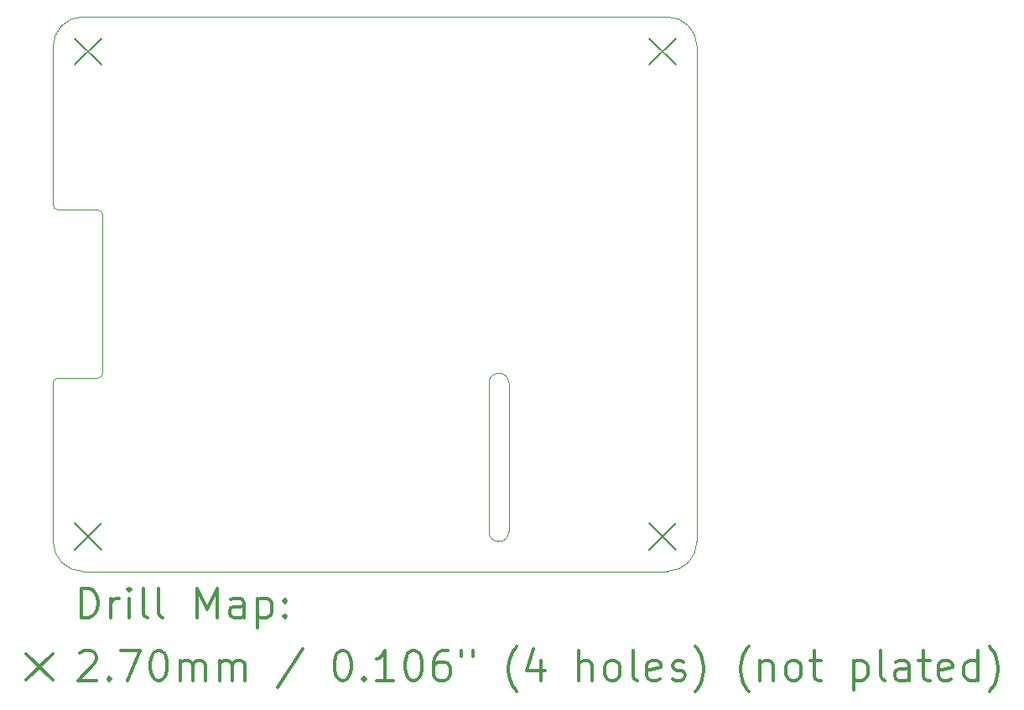
<source format=gbr>
%FSLAX45Y45*%
G04 Gerber Fmt 4.5, Leading zero omitted, Abs format (unit mm)*
G04 Created by KiCad (PCBNEW (5.1.8)-1) date 2021-08-31 14:44:27*
%MOMM*%
%LPD*%
G01*
G04 APERTURE LIST*
%TA.AperFunction,Profile*%
%ADD10C,0.100000*%
%TD*%
%ADD11C,0.200000*%
%ADD12C,0.300000*%
G04 APERTURE END LIST*
D10*
X24400000Y-14600000D02*
X24400000Y-13100000D01*
X24600000Y-13100000D02*
X24600000Y-14600000D01*
X24600000Y-13100000D02*
G75*
G03*
X24400000Y-13100000I-100000J0D01*
G01*
X24400000Y-14600000D02*
G75*
G03*
X24600000Y-14600000I100000J0D01*
G01*
X20049913Y-13050000D02*
G75*
G03*
X20000000Y-13100000I87J-50000D01*
G01*
X20450000Y-13050000D02*
G75*
G03*
X20500000Y-13000000I0J50000D01*
G01*
X20000000Y-11300000D02*
G75*
G03*
X20050000Y-11350000I50000J0D01*
G01*
X20500000Y-11400000D02*
G75*
G03*
X20450000Y-11350000I-50000J0D01*
G01*
X20000000Y-9700000D02*
X20000000Y-11300000D01*
X26500000Y-9700000D02*
G75*
G03*
X26200000Y-9400000I-300000J0D01*
G01*
X26200000Y-15000000D02*
G75*
G03*
X26500000Y-14700000I0J300000D01*
G01*
X20000000Y-14700000D02*
G75*
G03*
X20300000Y-15000000I300000J0D01*
G01*
X20300000Y-9400000D02*
G75*
G03*
X20000000Y-9700000I0J-300000D01*
G01*
X26200000Y-9400000D02*
X20300000Y-9400000D01*
X20450000Y-13050000D02*
X20050000Y-13050000D01*
X20500000Y-11400000D02*
X20500000Y-13000000D01*
X20050000Y-11350000D02*
X20450000Y-11350000D01*
X26500000Y-14700000D02*
X26500000Y-9700000D01*
X20300000Y-15000000D02*
X26200000Y-15000000D01*
X20000000Y-13100000D02*
X20000000Y-14700000D01*
D11*
X20215000Y-9615000D02*
X20485000Y-9885000D01*
X20485000Y-9615000D02*
X20215000Y-9885000D01*
X20215000Y-14515000D02*
X20485000Y-14785000D01*
X20485000Y-14515000D02*
X20215000Y-14785000D01*
X26015000Y-14515000D02*
X26285000Y-14785000D01*
X26285000Y-14515000D02*
X26015000Y-14785000D01*
X26015000Y-9615000D02*
X26285000Y-9885000D01*
X26285000Y-9615000D02*
X26015000Y-9885000D01*
D12*
X20281428Y-15470714D02*
X20281428Y-15170714D01*
X20352857Y-15170714D01*
X20395714Y-15185000D01*
X20424286Y-15213571D01*
X20438571Y-15242143D01*
X20452857Y-15299286D01*
X20452857Y-15342143D01*
X20438571Y-15399286D01*
X20424286Y-15427857D01*
X20395714Y-15456429D01*
X20352857Y-15470714D01*
X20281428Y-15470714D01*
X20581428Y-15470714D02*
X20581428Y-15270714D01*
X20581428Y-15327857D02*
X20595714Y-15299286D01*
X20610000Y-15285000D01*
X20638571Y-15270714D01*
X20667143Y-15270714D01*
X20767143Y-15470714D02*
X20767143Y-15270714D01*
X20767143Y-15170714D02*
X20752857Y-15185000D01*
X20767143Y-15199286D01*
X20781428Y-15185000D01*
X20767143Y-15170714D01*
X20767143Y-15199286D01*
X20952857Y-15470714D02*
X20924286Y-15456429D01*
X20910000Y-15427857D01*
X20910000Y-15170714D01*
X21110000Y-15470714D02*
X21081428Y-15456429D01*
X21067143Y-15427857D01*
X21067143Y-15170714D01*
X21452857Y-15470714D02*
X21452857Y-15170714D01*
X21552857Y-15385000D01*
X21652857Y-15170714D01*
X21652857Y-15470714D01*
X21924286Y-15470714D02*
X21924286Y-15313571D01*
X21910000Y-15285000D01*
X21881428Y-15270714D01*
X21824286Y-15270714D01*
X21795714Y-15285000D01*
X21924286Y-15456429D02*
X21895714Y-15470714D01*
X21824286Y-15470714D01*
X21795714Y-15456429D01*
X21781428Y-15427857D01*
X21781428Y-15399286D01*
X21795714Y-15370714D01*
X21824286Y-15356429D01*
X21895714Y-15356429D01*
X21924286Y-15342143D01*
X22067143Y-15270714D02*
X22067143Y-15570714D01*
X22067143Y-15285000D02*
X22095714Y-15270714D01*
X22152857Y-15270714D01*
X22181428Y-15285000D01*
X22195714Y-15299286D01*
X22210000Y-15327857D01*
X22210000Y-15413571D01*
X22195714Y-15442143D01*
X22181428Y-15456429D01*
X22152857Y-15470714D01*
X22095714Y-15470714D01*
X22067143Y-15456429D01*
X22338571Y-15442143D02*
X22352857Y-15456429D01*
X22338571Y-15470714D01*
X22324286Y-15456429D01*
X22338571Y-15442143D01*
X22338571Y-15470714D01*
X22338571Y-15285000D02*
X22352857Y-15299286D01*
X22338571Y-15313571D01*
X22324286Y-15299286D01*
X22338571Y-15285000D01*
X22338571Y-15313571D01*
X19725000Y-15830000D02*
X19995000Y-16100000D01*
X19995000Y-15830000D02*
X19725000Y-16100000D01*
X20267143Y-15829286D02*
X20281428Y-15815000D01*
X20310000Y-15800714D01*
X20381428Y-15800714D01*
X20410000Y-15815000D01*
X20424286Y-15829286D01*
X20438571Y-15857857D01*
X20438571Y-15886429D01*
X20424286Y-15929286D01*
X20252857Y-16100714D01*
X20438571Y-16100714D01*
X20567143Y-16072143D02*
X20581428Y-16086429D01*
X20567143Y-16100714D01*
X20552857Y-16086429D01*
X20567143Y-16072143D01*
X20567143Y-16100714D01*
X20681428Y-15800714D02*
X20881428Y-15800714D01*
X20752857Y-16100714D01*
X21052857Y-15800714D02*
X21081428Y-15800714D01*
X21110000Y-15815000D01*
X21124286Y-15829286D01*
X21138571Y-15857857D01*
X21152857Y-15915000D01*
X21152857Y-15986429D01*
X21138571Y-16043571D01*
X21124286Y-16072143D01*
X21110000Y-16086429D01*
X21081428Y-16100714D01*
X21052857Y-16100714D01*
X21024286Y-16086429D01*
X21010000Y-16072143D01*
X20995714Y-16043571D01*
X20981428Y-15986429D01*
X20981428Y-15915000D01*
X20995714Y-15857857D01*
X21010000Y-15829286D01*
X21024286Y-15815000D01*
X21052857Y-15800714D01*
X21281428Y-16100714D02*
X21281428Y-15900714D01*
X21281428Y-15929286D02*
X21295714Y-15915000D01*
X21324286Y-15900714D01*
X21367143Y-15900714D01*
X21395714Y-15915000D01*
X21410000Y-15943571D01*
X21410000Y-16100714D01*
X21410000Y-15943571D02*
X21424286Y-15915000D01*
X21452857Y-15900714D01*
X21495714Y-15900714D01*
X21524286Y-15915000D01*
X21538571Y-15943571D01*
X21538571Y-16100714D01*
X21681428Y-16100714D02*
X21681428Y-15900714D01*
X21681428Y-15929286D02*
X21695714Y-15915000D01*
X21724286Y-15900714D01*
X21767143Y-15900714D01*
X21795714Y-15915000D01*
X21810000Y-15943571D01*
X21810000Y-16100714D01*
X21810000Y-15943571D02*
X21824286Y-15915000D01*
X21852857Y-15900714D01*
X21895714Y-15900714D01*
X21924286Y-15915000D01*
X21938571Y-15943571D01*
X21938571Y-16100714D01*
X22524286Y-15786429D02*
X22267143Y-16172143D01*
X22910000Y-15800714D02*
X22938571Y-15800714D01*
X22967143Y-15815000D01*
X22981428Y-15829286D01*
X22995714Y-15857857D01*
X23010000Y-15915000D01*
X23010000Y-15986429D01*
X22995714Y-16043571D01*
X22981428Y-16072143D01*
X22967143Y-16086429D01*
X22938571Y-16100714D01*
X22910000Y-16100714D01*
X22881428Y-16086429D01*
X22867143Y-16072143D01*
X22852857Y-16043571D01*
X22838571Y-15986429D01*
X22838571Y-15915000D01*
X22852857Y-15857857D01*
X22867143Y-15829286D01*
X22881428Y-15815000D01*
X22910000Y-15800714D01*
X23138571Y-16072143D02*
X23152857Y-16086429D01*
X23138571Y-16100714D01*
X23124286Y-16086429D01*
X23138571Y-16072143D01*
X23138571Y-16100714D01*
X23438571Y-16100714D02*
X23267143Y-16100714D01*
X23352857Y-16100714D02*
X23352857Y-15800714D01*
X23324286Y-15843571D01*
X23295714Y-15872143D01*
X23267143Y-15886429D01*
X23624286Y-15800714D02*
X23652857Y-15800714D01*
X23681428Y-15815000D01*
X23695714Y-15829286D01*
X23710000Y-15857857D01*
X23724286Y-15915000D01*
X23724286Y-15986429D01*
X23710000Y-16043571D01*
X23695714Y-16072143D01*
X23681428Y-16086429D01*
X23652857Y-16100714D01*
X23624286Y-16100714D01*
X23595714Y-16086429D01*
X23581428Y-16072143D01*
X23567143Y-16043571D01*
X23552857Y-15986429D01*
X23552857Y-15915000D01*
X23567143Y-15857857D01*
X23581428Y-15829286D01*
X23595714Y-15815000D01*
X23624286Y-15800714D01*
X23981428Y-15800714D02*
X23924286Y-15800714D01*
X23895714Y-15815000D01*
X23881428Y-15829286D01*
X23852857Y-15872143D01*
X23838571Y-15929286D01*
X23838571Y-16043571D01*
X23852857Y-16072143D01*
X23867143Y-16086429D01*
X23895714Y-16100714D01*
X23952857Y-16100714D01*
X23981428Y-16086429D01*
X23995714Y-16072143D01*
X24010000Y-16043571D01*
X24010000Y-15972143D01*
X23995714Y-15943571D01*
X23981428Y-15929286D01*
X23952857Y-15915000D01*
X23895714Y-15915000D01*
X23867143Y-15929286D01*
X23852857Y-15943571D01*
X23838571Y-15972143D01*
X24124286Y-15800714D02*
X24124286Y-15857857D01*
X24238571Y-15800714D02*
X24238571Y-15857857D01*
X24681428Y-16215000D02*
X24667143Y-16200714D01*
X24638571Y-16157857D01*
X24624286Y-16129286D01*
X24610000Y-16086429D01*
X24595714Y-16015000D01*
X24595714Y-15957857D01*
X24610000Y-15886429D01*
X24624286Y-15843571D01*
X24638571Y-15815000D01*
X24667143Y-15772143D01*
X24681428Y-15757857D01*
X24924286Y-15900714D02*
X24924286Y-16100714D01*
X24852857Y-15786429D02*
X24781428Y-16000714D01*
X24967143Y-16000714D01*
X25310000Y-16100714D02*
X25310000Y-15800714D01*
X25438571Y-16100714D02*
X25438571Y-15943571D01*
X25424286Y-15915000D01*
X25395714Y-15900714D01*
X25352857Y-15900714D01*
X25324286Y-15915000D01*
X25310000Y-15929286D01*
X25624286Y-16100714D02*
X25595714Y-16086429D01*
X25581428Y-16072143D01*
X25567143Y-16043571D01*
X25567143Y-15957857D01*
X25581428Y-15929286D01*
X25595714Y-15915000D01*
X25624286Y-15900714D01*
X25667143Y-15900714D01*
X25695714Y-15915000D01*
X25710000Y-15929286D01*
X25724286Y-15957857D01*
X25724286Y-16043571D01*
X25710000Y-16072143D01*
X25695714Y-16086429D01*
X25667143Y-16100714D01*
X25624286Y-16100714D01*
X25895714Y-16100714D02*
X25867143Y-16086429D01*
X25852857Y-16057857D01*
X25852857Y-15800714D01*
X26124286Y-16086429D02*
X26095714Y-16100714D01*
X26038571Y-16100714D01*
X26010000Y-16086429D01*
X25995714Y-16057857D01*
X25995714Y-15943571D01*
X26010000Y-15915000D01*
X26038571Y-15900714D01*
X26095714Y-15900714D01*
X26124286Y-15915000D01*
X26138571Y-15943571D01*
X26138571Y-15972143D01*
X25995714Y-16000714D01*
X26252857Y-16086429D02*
X26281428Y-16100714D01*
X26338571Y-16100714D01*
X26367143Y-16086429D01*
X26381428Y-16057857D01*
X26381428Y-16043571D01*
X26367143Y-16015000D01*
X26338571Y-16000714D01*
X26295714Y-16000714D01*
X26267143Y-15986429D01*
X26252857Y-15957857D01*
X26252857Y-15943571D01*
X26267143Y-15915000D01*
X26295714Y-15900714D01*
X26338571Y-15900714D01*
X26367143Y-15915000D01*
X26481428Y-16215000D02*
X26495714Y-16200714D01*
X26524286Y-16157857D01*
X26538571Y-16129286D01*
X26552857Y-16086429D01*
X26567143Y-16015000D01*
X26567143Y-15957857D01*
X26552857Y-15886429D01*
X26538571Y-15843571D01*
X26524286Y-15815000D01*
X26495714Y-15772143D01*
X26481428Y-15757857D01*
X27024286Y-16215000D02*
X27010000Y-16200714D01*
X26981428Y-16157857D01*
X26967143Y-16129286D01*
X26952857Y-16086429D01*
X26938571Y-16015000D01*
X26938571Y-15957857D01*
X26952857Y-15886429D01*
X26967143Y-15843571D01*
X26981428Y-15815000D01*
X27010000Y-15772143D01*
X27024286Y-15757857D01*
X27138571Y-15900714D02*
X27138571Y-16100714D01*
X27138571Y-15929286D02*
X27152857Y-15915000D01*
X27181428Y-15900714D01*
X27224286Y-15900714D01*
X27252857Y-15915000D01*
X27267143Y-15943571D01*
X27267143Y-16100714D01*
X27452857Y-16100714D02*
X27424286Y-16086429D01*
X27410000Y-16072143D01*
X27395714Y-16043571D01*
X27395714Y-15957857D01*
X27410000Y-15929286D01*
X27424286Y-15915000D01*
X27452857Y-15900714D01*
X27495714Y-15900714D01*
X27524286Y-15915000D01*
X27538571Y-15929286D01*
X27552857Y-15957857D01*
X27552857Y-16043571D01*
X27538571Y-16072143D01*
X27524286Y-16086429D01*
X27495714Y-16100714D01*
X27452857Y-16100714D01*
X27638571Y-15900714D02*
X27752857Y-15900714D01*
X27681428Y-15800714D02*
X27681428Y-16057857D01*
X27695714Y-16086429D01*
X27724286Y-16100714D01*
X27752857Y-16100714D01*
X28081428Y-15900714D02*
X28081428Y-16200714D01*
X28081428Y-15915000D02*
X28110000Y-15900714D01*
X28167143Y-15900714D01*
X28195714Y-15915000D01*
X28210000Y-15929286D01*
X28224286Y-15957857D01*
X28224286Y-16043571D01*
X28210000Y-16072143D01*
X28195714Y-16086429D01*
X28167143Y-16100714D01*
X28110000Y-16100714D01*
X28081428Y-16086429D01*
X28395714Y-16100714D02*
X28367143Y-16086429D01*
X28352857Y-16057857D01*
X28352857Y-15800714D01*
X28638571Y-16100714D02*
X28638571Y-15943571D01*
X28624286Y-15915000D01*
X28595714Y-15900714D01*
X28538571Y-15900714D01*
X28510000Y-15915000D01*
X28638571Y-16086429D02*
X28610000Y-16100714D01*
X28538571Y-16100714D01*
X28510000Y-16086429D01*
X28495714Y-16057857D01*
X28495714Y-16029286D01*
X28510000Y-16000714D01*
X28538571Y-15986429D01*
X28610000Y-15986429D01*
X28638571Y-15972143D01*
X28738571Y-15900714D02*
X28852857Y-15900714D01*
X28781428Y-15800714D02*
X28781428Y-16057857D01*
X28795714Y-16086429D01*
X28824286Y-16100714D01*
X28852857Y-16100714D01*
X29067143Y-16086429D02*
X29038571Y-16100714D01*
X28981428Y-16100714D01*
X28952857Y-16086429D01*
X28938571Y-16057857D01*
X28938571Y-15943571D01*
X28952857Y-15915000D01*
X28981428Y-15900714D01*
X29038571Y-15900714D01*
X29067143Y-15915000D01*
X29081428Y-15943571D01*
X29081428Y-15972143D01*
X28938571Y-16000714D01*
X29338571Y-16100714D02*
X29338571Y-15800714D01*
X29338571Y-16086429D02*
X29310000Y-16100714D01*
X29252857Y-16100714D01*
X29224286Y-16086429D01*
X29210000Y-16072143D01*
X29195714Y-16043571D01*
X29195714Y-15957857D01*
X29210000Y-15929286D01*
X29224286Y-15915000D01*
X29252857Y-15900714D01*
X29310000Y-15900714D01*
X29338571Y-15915000D01*
X29452857Y-16215000D02*
X29467143Y-16200714D01*
X29495714Y-16157857D01*
X29510000Y-16129286D01*
X29524286Y-16086429D01*
X29538571Y-16015000D01*
X29538571Y-15957857D01*
X29524286Y-15886429D01*
X29510000Y-15843571D01*
X29495714Y-15815000D01*
X29467143Y-15772143D01*
X29452857Y-15757857D01*
M02*

</source>
